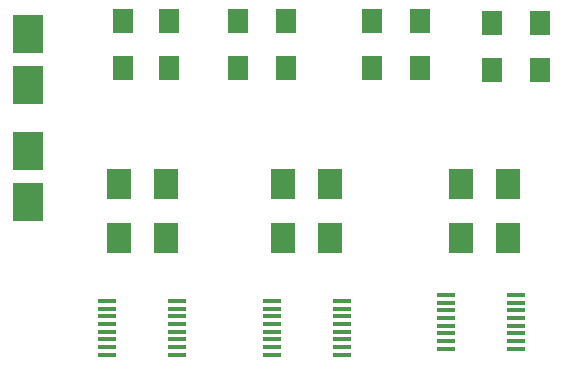
<source format=gbr>
G04 #@! TF.GenerationSoftware,KiCad,Pcbnew,5.0.1-33cea8e~68~ubuntu18.04.1*
G04 #@! TF.CreationDate,2018-11-24T14:12:02-07:00*
G04 #@! TF.ProjectId,adc,6164632E6B696361645F706362000000,rev?*
G04 #@! TF.SameCoordinates,Original*
G04 #@! TF.FileFunction,Paste,Top*
G04 #@! TF.FilePolarity,Positive*
%FSLAX46Y46*%
G04 Gerber Fmt 4.6, Leading zero omitted, Abs format (unit mm)*
G04 Created by KiCad (PCBNEW 5.0.1-33cea8e~68~ubuntu18.04.1) date Sat 24 Nov 2018 02:12:02 PM MST*
%MOMM*%
%LPD*%
G01*
G04 APERTURE LIST*
%ADD10R,1.700000X2.000000*%
%ADD11R,1.500000X0.450000*%
%ADD12R,2.500000X3.200000*%
%ADD13R,2.000000X2.500000*%
G04 APERTURE END LIST*
D10*
G04 #@! TO.C,R1*
X93599000Y-40767000D03*
X93599000Y-44767000D03*
G04 #@! TD*
G04 #@! TO.C,R2*
X89535000Y-44767000D03*
X89535000Y-40767000D03*
G04 #@! TD*
G04 #@! TO.C,R3*
X79375000Y-40576500D03*
X79375000Y-44576500D03*
G04 #@! TD*
G04 #@! TO.C,R5*
X83439000Y-44576500D03*
X83439000Y-40576500D03*
G04 #@! TD*
G04 #@! TO.C,R13*
X58293000Y-44577000D03*
X58293000Y-40577000D03*
G04 #@! TD*
G04 #@! TO.C,R15*
X62230000Y-40577000D03*
X62230000Y-44577000D03*
G04 #@! TD*
G04 #@! TO.C,R20*
X68072000Y-40545000D03*
X68072000Y-44545000D03*
G04 #@! TD*
G04 #@! TO.C,R23*
X72136000Y-44577000D03*
X72136000Y-40577000D03*
G04 #@! TD*
D11*
G04 #@! TO.C,U1*
X91596000Y-63765000D03*
X91596000Y-64415000D03*
X91596000Y-65065000D03*
X91596000Y-65715000D03*
X91596000Y-66365000D03*
X91596000Y-67015000D03*
X91596000Y-67665000D03*
X91596000Y-68315000D03*
X85696000Y-68315000D03*
X85696000Y-67665000D03*
X85696000Y-67015000D03*
X85696000Y-66365000D03*
X85696000Y-65715000D03*
X85696000Y-65065000D03*
X85696000Y-64415000D03*
X85696000Y-63765000D03*
G04 #@! TD*
G04 #@! TO.C,U2*
X56994000Y-64273000D03*
X56994000Y-64923000D03*
X56994000Y-65573000D03*
X56994000Y-66223000D03*
X56994000Y-66873000D03*
X56994000Y-67523000D03*
X56994000Y-68173000D03*
X56994000Y-68823000D03*
X62894000Y-68823000D03*
X62894000Y-68173000D03*
X62894000Y-67523000D03*
X62894000Y-66873000D03*
X62894000Y-66223000D03*
X62894000Y-65573000D03*
X62894000Y-64923000D03*
X62894000Y-64273000D03*
G04 #@! TD*
G04 #@! TO.C,U3*
X70964000Y-64273000D03*
X70964000Y-64923000D03*
X70964000Y-65573000D03*
X70964000Y-66223000D03*
X70964000Y-66873000D03*
X70964000Y-67523000D03*
X70964000Y-68173000D03*
X70964000Y-68823000D03*
X76864000Y-68823000D03*
X76864000Y-68173000D03*
X76864000Y-67523000D03*
X76864000Y-66873000D03*
X76864000Y-66223000D03*
X76864000Y-65573000D03*
X76864000Y-64923000D03*
X76864000Y-64273000D03*
G04 #@! TD*
D12*
G04 #@! TO.C,C1*
X50292000Y-45956001D03*
X50292000Y-41656001D03*
G04 #@! TD*
D13*
G04 #@! TO.C,C2*
X71845999Y-58911999D03*
X75845999Y-58911999D03*
G04 #@! TD*
D12*
G04 #@! TO.C,C3*
X50292000Y-51562001D03*
X50292000Y-55862001D03*
G04 #@! TD*
D13*
G04 #@! TO.C,C4*
X61976000Y-58928000D03*
X57976000Y-58928000D03*
G04 #@! TD*
G04 #@! TO.C,C6*
X75845999Y-54356000D03*
X71845999Y-54356000D03*
G04 #@! TD*
G04 #@! TO.C,C9*
X86900000Y-58928000D03*
X90900000Y-58928000D03*
G04 #@! TD*
G04 #@! TO.C,C10*
X57976000Y-54356000D03*
X61976000Y-54356000D03*
G04 #@! TD*
G04 #@! TO.C,C12*
X90900000Y-54356000D03*
X86900000Y-54356000D03*
G04 #@! TD*
M02*

</source>
